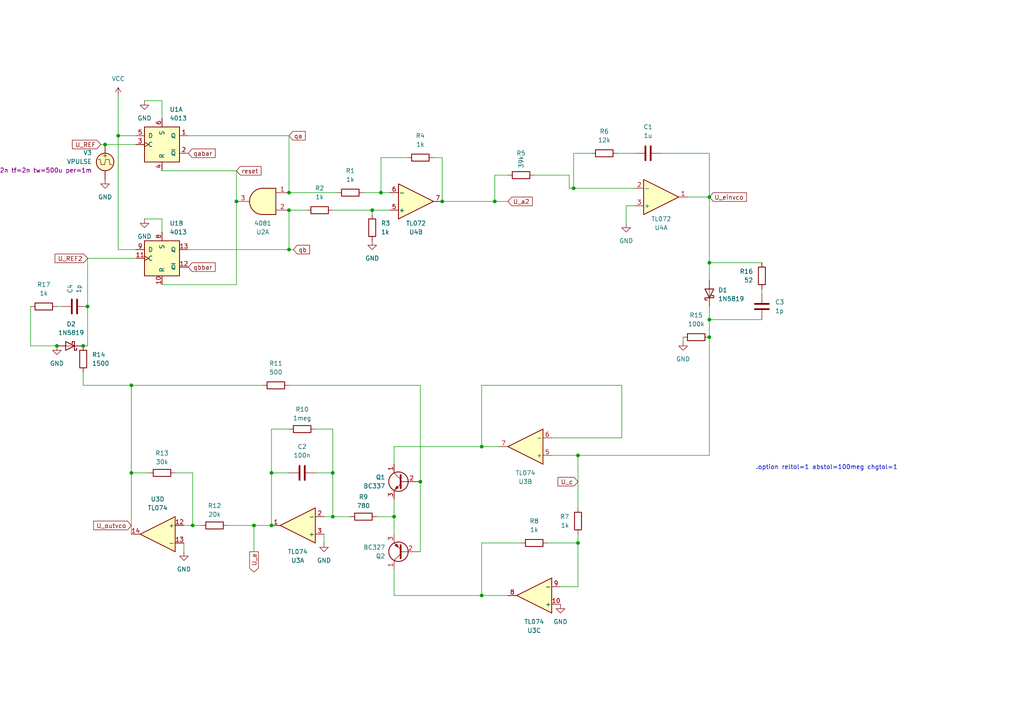
<source format=kicad_sch>
(kicad_sch (version 20231120) (generator "eeschema") (generator_version "8.0")
  (paper "A4")
  (lib_symbols
    (symbol "4xxx:4013" (pin_names (offset 1.016))
      (property "Reference" "U" (at -7.62 8.89 0))
      (property "Value" "4013" (at -7.62 -8.89 0))
      (symbol "4013_1_1"
        (rectangle (start -5.08 5.08) (end 5.08 -5.08) (stroke (width 0.254)) (fill (type background)))
        (pin output line (at 7.62 2.54 180) (length 2.54) (name "Q") (number "1"))
        (pin output line (at 7.62 -2.54 180) (length 2.54) (name "~{Q}") (number "2"))
        (pin input clock (at -7.62 0 0) (length 2.54) (name "C") (number "3"))
        (pin input line (at 0 -7.62 90) (length 2.54) (name "R") (number "4"))
        (pin input line (at -7.62 2.54 0) (length 2.54) (name "D") (number "5"))
        (pin input line (at 0 7.62 270) (length 2.54) (name "S") (number "6"))
      )
      (symbol "4013_2_1"
        (rectangle (start -5.08 5.08) (end 5.08 -5.08) (stroke (width 0.254)) (fill (type background)))
        (pin input line (at 0 -7.62 90) (length 2.54) (name "R") (number "10"))
        (pin input clock (at -7.62 0 0) (length 2.54) (name "C") (number "11"))
        (pin output line (at 7.62 -2.54 180) (length 2.54) (name "~{Q}") (number "12"))
        (pin output line (at 7.62 2.54 180) (length 2.54) (name "Q") (number "13"))
        (pin input line (at 0 7.62 270) (length 2.54) (name "S") (number "8"))
        (pin input line (at -7.62 2.54 0) (length 2.54) (name "D") (number "9"))
      )
      (symbol "4013_3_0"
        (pin power_in line (at 0 10.16 270) (length 2.54) (name "VDD") (number "14"))
        (pin power_in line (at 0 -10.16 90) (length 2.54) (name "VSS") (number "7"))
      )
      (symbol "4013_3_1"
        (rectangle (start -5.08 7.62) (end 5.08 -7.62) (stroke (width 0.254)) (fill (type background)))
      )
    )
    (symbol "4xxx:4081" (pin_names (offset 1.016))
      (property "Reference" "U" (at 0 1.27 0))
      (property "Value" "4081" (at 0 -1.27 0))
      (symbol "4081_1_1"
        (arc (start 0 -3.81) (mid 3.7934 0) (end 0 3.81) (stroke (width 0.254)) (fill (type background)))
        (polyline (pts (xy 0 3.81) (xy -3.81 3.81) (xy -3.81 -3.81) (xy 0 -3.81)) (stroke (width 0.254)) (fill (type background)))
        (pin input line (at -7.62 2.54 0) (length 3.81) (name "~") (number "1"))
        (pin input line (at -7.62 -2.54 0) (length 3.81) (name "~") (number "2"))
        (pin output line (at 7.62 0 180) (length 3.81) (name "~") (number "3"))
      )
      (symbol "4081_1_2"
        (arc (start -3.81 -3.81) (mid -2.589 0) (end -3.81 3.81) (stroke (width 0.254)))
        (arc (start -0.6096 -3.81) (mid 2.1842 -2.5851) (end 3.81 0) (stroke (width 0.254)) (fill (type background)))
        (polyline (pts (xy -3.81 -3.81) (xy -0.635 -3.81)) (stroke (width 0.254)) (fill (type background)))
        (polyline (pts (xy -3.81 3.81) (xy -0.635 3.81)) (stroke (width 0.254)) (fill (type background)))
        (polyline (pts (xy -0.635 3.81) (xy -3.81 3.81) (xy -3.81 3.81) (xy -3.556 3.4036) (xy -3.0226 2.2606) (xy -2.6924 1.0414) (xy -2.6162 -0.254) (xy -2.7686 -1.4986) (xy -3.175 -2.7178) (xy -3.81 -3.81) (xy -3.81 -3.81) (xy -0.635 -3.81)) (stroke (width -25.4)) (fill (type background)))
        (arc (start 3.81 0) (mid 2.1915 2.5936) (end -0.6096 3.81) (stroke (width 0.254)) (fill (type background)))
        (pin input inverted (at -7.62 2.54 0) (length 4.318) (name "~") (number "1"))
        (pin input inverted (at -7.62 -2.54 0) (length 4.318) (name "~") (number "2"))
        (pin output inverted (at 7.62 0 180) (length 3.81) (name "~") (number "3"))
      )
      (symbol "4081_2_1"
        (arc (start 0 -3.81) (mid 3.7934 0) (end 0 3.81) (stroke (width 0.254)) (fill (type background)))
        (polyline (pts (xy 0 3.81) (xy -3.81 3.81) (xy -3.81 -3.81) (xy 0 -3.81)) (stroke (width 0.254)) (fill (type background)))
        (pin output line (at 7.62 0 180) (length 3.81) (name "~") (number "4"))
        (pin input line (at -7.62 2.54 0) (length 3.81) (name "~") (number "5"))
        (pin input line (at -7.62 -2.54 0) (length 3.81) (name "~") (number "6"))
      )
      (symbol "4081_2_2"
        (arc (start -3.81 -3.81) (mid -2.589 0) (end -3.81 3.81) (stroke (width 0.254)))
        (arc (start -0.6096 -3.81) (mid 2.1842 -2.5851) (end 3.81 0) (stroke (width 0.254)) (fill (type background)))
        (polyline (pts (xy -3.81 -3.81) (xy -0.635 -3.81)) (stroke (width 0.254)) (fill (type background)))
        (polyline (pts (xy -3.81 3.81) (xy -0.635 3.81)) (stroke (width 0.254)) (fill (type background)))
        (polyline (pts (xy -0.635 3.81) (xy -3.81 3.81) (xy -3.81 3.81) (xy -3.556 3.4036) (xy -3.0226 2.2606) (xy -2.6924 1.0414) (xy -2.6162 -0.254) (xy -2.7686 -1.4986) (xy -3.175 -2.7178) (xy -3.81 -3.81) (xy -3.81 -3.81) (xy -0.635 -3.81)) (stroke (width -25.4)) (fill (type background)))
        (arc (start 3.81 0) (mid 2.1915 2.5936) (end -0.6096 3.81) (stroke (width 0.254)) (fill (type background)))
        (pin output inverted (at 7.62 0 180) (length 3.81) (name "~") (number "4"))
        (pin input inverted (at -7.62 2.54 0) (length 4.318) (name "~") (number "5"))
        (pin input inverted (at -7.62 -2.54 0) (length 4.318) (name "~") (number "6"))
      )
      (symbol "4081_3_1"
        (arc (start 0 -3.81) (mid 3.7934 0) (end 0 3.81) (stroke (width 0.254)) (fill (type background)))
        (polyline (pts (xy 0 3.81) (xy -3.81 3.81) (xy -3.81 -3.81) (xy 0 -3.81)) (stroke (width 0.254)) (fill (type background)))
        (pin output line (at 7.62 0 180) (length 3.81) (name "~") (number "10"))
        (pin input line (at -7.62 2.54 0) (length 3.81) (name "~") (number "8"))
        (pin input line (at -7.62 -2.54 0) (length 3.81) (name "~") (number "9"))
      )
      (symbol "4081_3_2"
        (arc (start -3.81 -3.81) (mid -2.589 0) (end -3.81 3.81) (stroke (width 0.254)))
        (arc (start -0.6096 -3.81) (mid 2.1842 -2.5851) (end 3.81 0) (stroke (width 0.254)) (fill (type background)))
        (polyline (pts (xy -3.81 -3.81) (xy -0.635 -3.81)) (stroke (width 0.254)) (fill (type background)))
        (polyline (pts (xy -3.81 3.81) (xy -0.635 3.81)) (stroke (width 0.254)) (fill (type background)))
        (polyline (pts (xy -0.635 3.81) (xy -3.81 3.81) (xy -3.81 3.81) (xy -3.556 3.4036) (xy -3.0226 2.2606) (xy -2.6924 1.0414) (xy -2.6162 -0.254) (xy -2.7686 -1.4986) (xy -3.175 -2.7178) (xy -3.81 -3.81) (xy -3.81 -3.81) (xy -0.635 -3.81)) (stroke (width -25.4)) (fill (type background)))
        (arc (start 3.81 0) (mid 2.1915 2.5936) (end -0.6096 3.81) (stroke (width 0.254)) (fill (type background)))
        (pin output inverted (at 7.62 0 180) (length 3.81) (name "~") (number "10"))
        (pin input inverted (at -7.62 2.54 0) (length 4.318) (name "~") (number "8"))
        (pin input inverted (at -7.62 -2.54 0) (length 4.318) (name "~") (number "9"))
      )
      (symbol "4081_4_1"
        (arc (start 0 -3.81) (mid 3.7934 0) (end 0 3.81) (stroke (width 0.254)) (fill (type background)))
        (polyline (pts (xy 0 3.81) (xy -3.81 3.81) (xy -3.81 -3.81) (xy 0 -3.81)) (stroke (width 0.254)) (fill (type background)))
        (pin output line (at 7.62 0 180) (length 3.81) (name "~") (number "11"))
        (pin input line (at -7.62 2.54 0) (length 3.81) (name "~") (number "12"))
        (pin input line (at -7.62 -2.54 0) (length 3.81) (name "~") (number "13"))
      )
      (symbol "4081_4_2"
        (arc (start -3.81 -3.81) (mid -2.589 0) (end -3.81 3.81) (stroke (width 0.254)))
        (arc (start -0.6096 -3.81) (mid 2.1842 -2.5851) (end 3.81 0) (stroke (width 0.254)) (fill (type background)))
        (polyline (pts (xy -3.81 -3.81) (xy -0.635 -3.81)) (stroke (width 0.254)) (fill (type background)))
        (polyline (pts (xy -3.81 3.81) (xy -0.635 3.81)) (stroke (width 0.254)) (fill (type background)))
        (polyline (pts (xy -0.635 3.81) (xy -3.81 3.81) (xy -3.81 3.81) (xy -3.556 3.4036) (xy -3.0226 2.2606) (xy -2.6924 1.0414) (xy -2.6162 -0.254) (xy -2.7686 -1.4986) (xy -3.175 -2.7178) (xy -3.81 -3.81) (xy -3.81 -3.81) (xy -0.635 -3.81)) (stroke (width -25.4)) (fill (type background)))
        (arc (start 3.81 0) (mid 2.1915 2.5936) (end -0.6096 3.81) (stroke (width 0.254)) (fill (type background)))
        (pin output inverted (at 7.62 0 180) (length 3.81) (name "~") (number "11"))
        (pin input inverted (at -7.62 2.54 0) (length 4.318) (name "~") (number "12"))
        (pin input inverted (at -7.62 -2.54 0) (length 4.318) (name "~") (number "13"))
      )
      (symbol "4081_5_0"
        (pin power_in line (at 0 12.7 270) (length 5.08) (name "VDD") (number "14"))
        (pin power_in line (at 0 -12.7 90) (length 5.08) (name "VSS") (number "7"))
      )
      (symbol "4081_5_1"
        (rectangle (start -5.08 7.62) (end 5.08 -7.62) (stroke (width 0.254)) (fill (type background)))
      )
    )
    (symbol "Amplifier_Operational:TL072" (pin_names (offset 0.127))
      (property "Reference" "U" (at 0 5.08 0))
      (property "Value" "TL072" (at 0 -5.08 0))
      (symbol "TL072_1_1"
        (polyline (pts (xy -5.08 5.08) (xy 5.08 0) (xy -5.08 -5.08) (xy -5.08 5.08)) (stroke (width 0.254)) (fill (type background)))
        (pin output line (at 7.62 0 180) (length 2.54) (name "~") (number "1"))
        (pin input line (at -7.62 -2.54 0) (length 2.54) (name "-") (number "2"))
        (pin input line (at -7.62 2.54 0) (length 2.54) (name "+") (number "3"))
      )
      (symbol "TL072_2_1"
        (polyline (pts (xy -5.08 5.08) (xy 5.08 0) (xy -5.08 -5.08) (xy -5.08 5.08)) (stroke (width 0.254)) (fill (type background)))
        (pin input line (at -7.62 2.54 0) (length 2.54) (name "+") (number "5"))
        (pin input line (at -7.62 -2.54 0) (length 2.54) (name "-") (number "6"))
        (pin output line (at 7.62 0 180) (length 2.54) (name "~") (number "7"))
      )
      (symbol "TL072_3_1"
        (pin power_in line (at -2.54 -7.62 90) (length 3.81) (name "V-") (number "4"))
        (pin power_in line (at -2.54 7.62 270) (length 3.81) (name "V+") (number "8"))
      )
    )
    (symbol "Amplifier_Operational:TL074" (pin_names (offset 0.127))
      (property "Reference" "U" (at 0 5.08 0))
      (property "Value" "TL074" (at 0 -5.08 0))
      (symbol "TL074_1_1"
        (polyline (pts (xy -5.08 5.08) (xy 5.08 0) (xy -5.08 -5.08) (xy -5.08 5.08)) (stroke (width 0.254)) (fill (type background)))
        (pin output line (at 7.62 0 180) (length 2.54) (name "~") (number "1"))
        (pin input line (at -7.62 -2.54 0) (length 2.54) (name "-") (number "2"))
        (pin input line (at -7.62 2.54 0) (length 2.54) (name "+") (number "3"))
      )
      (symbol "TL074_2_1"
        (polyline (pts (xy -5.08 5.08) (xy 5.08 0) (xy -5.08 -5.08) (xy -5.08 5.08)) (stroke (width 0.254)) (fill (type background)))
        (pin input line (at -7.62 2.54 0) (length 2.54) (name "+") (number "5"))
        (pin input line (at -7.62 -2.54 0) (length 2.54) (name "-") (number "6"))
        (pin output line (at 7.62 0 180) (length 2.54) (name "~") (number "7"))
      )
      (symbol "TL074_3_1"
        (polyline (pts (xy -5.08 5.08) (xy 5.08 0) (xy -5.08 -5.08) (xy -5.08 5.08)) (stroke (width 0.254)) (fill (type background)))
        (pin input line (at -7.62 2.54 0) (length 2.54) (name "+") (number "10"))
        (pin output line (at 7.62 0 180) (length 2.54) (name "~") (number "8"))
        (pin input line (at -7.62 -2.54 0) (length 2.54) (name "-") (number "9"))
      )
      (symbol "TL074_4_1"
        (polyline (pts (xy -5.08 5.08) (xy 5.08 0) (xy -5.08 -5.08) (xy -5.08 5.08)) (stroke (width 0.254)) (fill (type background)))
        (pin input line (at -7.62 2.54 0) (length 2.54) (name "+") (number "12"))
        (pin input line (at -7.62 -2.54 0) (length 2.54) (name "-") (number "13"))
        (pin output line (at 7.62 0 180) (length 2.54) (name "~") (number "14"))
      )
      (symbol "TL074_5_1"
        (pin power_in line (at -2.54 -7.62 90) (length 3.81) (name "V-") (number "11"))
        (pin power_in line (at -2.54 7.62 270) (length 3.81) (name "V+") (number "4"))
      )
    )
    (symbol "Device:C" (pin_numbers hide) (pin_names (offset 0.254))
      (property "Reference" "C" (at 0.635 2.54 0))
      (property "Value" "C" (at 0.635 -2.54 0))
      (symbol "C_0_1"
        (polyline (pts (xy -2.032 -0.762) (xy 2.032 -0.762)) (stroke (width 0.508)))
        (polyline (pts (xy -2.032 0.762) (xy 2.032 0.762)) (stroke (width 0.508)))
      )
      (symbol "C_1_1"
        (pin passive line (at 0 3.81 270) (length 2.794) (name "~") (number "1"))
        (pin passive line (at 0 -3.81 90) (length 2.794) (name "~") (number "2"))
      )
    )
    (symbol "Device:R" (pin_numbers hide) (pin_names (offset 0))
      (property "Reference" "R" (at 2.032 0 90))
      (property "Value" "R" (at 0 0 90))
      (symbol "R_0_1"
        (rectangle (start -1.016 -2.54) (end 1.016 2.54) (stroke (width 0.254)))
      )
      (symbol "R_1_1"
        (pin passive line (at 0 3.81 270) (length 1.27) (name "~") (number "1"))
        (pin passive line (at 0 -3.81 90) (length 1.27) (name "~") (number "2"))
      )
    )
    (symbol "Diode:1N5819" (pin_numbers hide) (pin_names (offset 1.016) hide)
      (property "Reference" "D" (at 0 2.54 0))
      (property "Value" "1N5819" (at 0 -2.54 0))
      (symbol "1N5819_0_1"
        (polyline (pts (xy 1.27 0) (xy -1.27 0)))
        (polyline (pts (xy 1.27 1.27) (xy 1.27 -1.27) (xy -1.27 0) (xy 1.27 1.27)) (stroke (width 0.254)))
        (polyline (pts (xy -1.905 0.635) (xy -1.905 1.27) (xy -1.27 1.27) (xy -1.27 -1.27) (xy -0.635 -1.27) (xy -0.635 -0.635)) (stroke (width 0.254)))
      )
      (symbol "1N5819_1_1"
        (pin passive line (at -3.81 0 0) (length 2.54) (name "K") (number "1"))
        (pin passive line (at 3.81 0 180) (length 2.54) (name "A") (number "2"))
      )
    )
    (symbol "Simulation_SPICE:VDC" (pin_numbers hide) (pin_names (offset 0.0254))
      (property "Reference" "V" (at 2.54 2.54 0))
      (property "Value" "1" (at 2.54 0 0))
      (symbol "VDC_0_0"
        (polyline (pts (xy -1.27 0.254) (xy 1.27 0.254)))
        (polyline (pts (xy -0.762 -0.254) (xy -1.27 -0.254)))
        (polyline (pts (xy 0.254 -0.254) (xy -0.254 -0.254)))
        (polyline (pts (xy 1.27 -0.254) (xy 0.762 -0.254)))
        (text "+" (at 0 1.905 0) (effects (font (size 1.27 1.27))))
      )
      (symbol "VDC_0_1"
        (circle (center 0 0) (radius 2.54) (stroke (width 0.254)) (fill (type background)))
      )
      (symbol "VDC_1_1"
        (pin passive line (at 0 5.08 270) (length 2.54) (name "~") (number "1"))
        (pin passive line (at 0 -5.08 90) (length 2.54) (name "~") (number "2"))
      )
    )
    (symbol "Simulation_SPICE:VPULSE" (pin_numbers hide) (pin_names (offset 0.0254))
      (property "Reference" "V" (at 2.54 2.54 0))
      (property "Value" "VPULSE" (at 2.54 0 0))
      (property "Sim.Params" "y1=0 y2=1 td=2n tr=2n tf=2n tw=50n per=100n" (at 2.54 -2.54 0))
      (symbol "VPULSE_0_0"
        (polyline (pts (xy -2.032 -0.762) (xy -1.397 -0.762) (xy -1.143 0.762) (xy -0.127 0.762) (xy 0.127 -0.762) (xy 1.143 -0.762) (xy 1.397 0.762) (xy 2.032 0.762)))
        (text "+" (at 0 1.905 0) (effects (font (size 1.27 1.27))))
      )
      (symbol "VPULSE_0_1"
        (circle (center 0 0) (radius 2.54) (stroke (width 0.254)) (fill (type background)))
      )
      (symbol "VPULSE_1_1"
        (pin passive line (at 0 5.08 270) (length 2.54) (name "~") (number "1"))
        (pin passive line (at 0 -5.08 90) (length 2.54) (name "~") (number "2"))
      )
    )
    (symbol "Transistor_BJT:BC327" (pin_names (offset 0) hide)
      (property "Reference" "Q" (at 5.08 1.905 0))
      (property "Value" "BC327" (at 5.08 0 0))
      (symbol "BC327_0_1"
        (polyline (pts (xy 0.635 0.635) (xy 2.54 2.54)))
        (polyline (pts (xy 0.635 -0.635) (xy 2.54 -2.54) (xy 2.54 -2.54)))
        (polyline (pts (xy 0.635 1.905) (xy 0.635 -1.905) (xy 0.635 -1.905)) (stroke (width 0.508)))
        (polyline (pts (xy 2.286 -1.778) (xy 1.778 -2.286) (xy 1.27 -1.27) (xy 2.286 -1.778) (xy 2.286 -1.778)) (fill (type outline)))
        (circle (center 1.27 0) (radius 2.8194) (stroke (width 0.254)))
      )
      (symbol "BC327_1_1"
        (pin passive line (at 2.54 5.08 270) (length 2.54) (name "C") (number "1"))
        (pin input line (at -5.08 0 0) (length 5.715) (name "B") (number "2"))
        (pin passive line (at 2.54 -5.08 90) (length 2.54) (name "E") (number "3"))
      )
    )
    (symbol "Transistor_BJT:BC337" (pin_names (offset 0) hide)
      (property "Reference" "Q" (at 5.08 1.905 0))
      (property "Value" "BC337" (at 5.08 0 0))
      (symbol "BC337_0_1"
        (polyline (pts (xy 0 0) (xy 0.635 0)))
        (polyline (pts (xy 0.635 0.635) (xy 2.54 2.54)))
        (polyline (pts (xy 0.635 -0.635) (xy 2.54 -2.54) (xy 2.54 -2.54)))
        (polyline (pts (xy 0.635 1.905) (xy 0.635 -1.905) (xy 0.635 -1.905)) (stroke (width 0.508)))
        (polyline (pts (xy 1.27 -1.778) (xy 1.778 -1.27) (xy 2.286 -2.286) (xy 1.27 -1.778) (xy 1.27 -1.778)) (fill (type outline)))
        (circle (center 1.27 0) (radius 2.8194) (stroke (width 0.254)))
      )
      (symbol "BC337_1_1"
        (pin passive line (at 2.54 5.08 270) (length 2.54) (name "C") (number "1"))
        (pin input line (at -5.08 0 0) (length 5.08) (name "B") (number "2"))
        (pin passive line (at 2.54 -5.08 90) (length 2.54) (name "E") (number "3"))
      )
    )
    (symbol "power:+12V" (power) (pin_names (offset 0))
      (property "Value" "+12V" (at 0 3.556 0))
      (symbol "+12V_0_1"
        (polyline (pts (xy -0.762 1.27) (xy 0 2.54)))
        (polyline (pts (xy 0 0) (xy 0 2.54)))
        (polyline (pts (xy 0 2.54) (xy 0.762 1.27)))
      )
      (symbol "+12V_1_1"
        (pin power_in line (at 0 0 90) (length 0) hide (name "+12V") (number "1"))
      )
    )
    (symbol "power:-12V" (power) (pin_names (offset 0))
      (property "Value" "-12V" (at 0 3.81 0))
      (symbol "-12V_0_0"
        (pin power_in line (at 0 0 90) (length 0) hide (name "-12V") (number "1"))
      )
      (symbol "-12V_0_1"
        (polyline (pts (xy 0 0) (xy 0 1.27) (xy 0.762 1.27) (xy 0 2.54) (xy -0.762 1.27) (xy 0 1.27)) (fill (type outline)))
      )
    )
    (symbol "power:GND" (power) (pin_names (offset 0))
      (property "Value" "GND" (at 0 -3.81 0))
      (symbol "GND_0_1"
        (polyline (pts (xy 0 0) (xy 0 -1.27) (xy 1.27 -1.27) (xy 0 -2.54) (xy -1.27 -1.27) (xy 0 -1.27)))
      )
      (symbol "GND_1_1"
        (pin power_in line (at 0 0 270) (length 0) hide (name "GND") (number "1"))
      )
    )
    (symbol "power:VCC" (power) (pin_names (offset 0))
      (property "Value" "VCC" (at 0 3.81 0))
      (symbol "VCC_0_1"
        (polyline (pts (xy -0.762 1.27) (xy 0 2.54)))
        (polyline (pts (xy 0 0) (xy 0 2.54)))
        (polyline (pts (xy 0 2.54) (xy 0.762 1.27)))
      )
      (symbol "VCC_1_1"
        (pin power_in line (at 0 0 90) (length 0) hide (name "VCC") (number "1"))
      )
    )
  )
  (junction (at 205.74 92.71))
  (junction (at 317.5 201.93))
  (junction (at 128.27 58.42))
  (junction (at 38.1 111.76))
  (junction (at 78.74 137.16))
  (junction (at 30.48 41.91))
  (junction (at 55.88 152.4))
  (junction (at 139.7 129.54))
  (junction (at 96.52 149.86))
  (junction (at 25.4 88.9))
  (junction (at 24.13 100.33))
  (junction (at 38.1 137.16))
  (junction (at 110.49 55.88))
  (junction (at 205.74 57.15))
  (junction (at 143.51 58.42))
  (junction (at 78.74 152.4))
  (junction (at 107.95 60.96))
  (junction (at 83.82 60.96))
  (junction (at 205.74 76.2))
  (junction (at 167.64 157.48))
  (junction (at 139.7 172.72))
  (junction (at 114.3 149.86))
  (junction (at 96.52 137.16))
  (junction (at 332.74 219.71))
  (junction (at 205.74 97.79))
  (junction (at 332.74 176.53))
  (junction (at 166.37 54.61))
  (junction (at 73.66 152.4))
  (junction (at 167.64 132.08))
  (junction (at 16.51 100.33))
  (junction (at 121.92 139.7))
  (junction (at 83.82 55.88))
  (junction (at 83.82 72.39))
  (junction (at 68.58 58.42))
  (junction (at 34.29 39.37))
  (wire (pts (xy 317.5 201.93) (xy 317.5 204.47)))
  (wire (pts (xy 167.64 157.48) (xy 158.75 157.48)))
  (wire (pts (xy 167.64 132.08) (xy 205.74 132.08)))
  (wire (pts (xy 205.74 76.2) (xy 205.74 57.15)))
  (wire (pts (xy 147.32 50.8) (xy 143.51 50.8)))
  (wire (pts (xy 110.49 55.88) (xy 113.03 55.88)))
  (wire (pts (xy 83.82 111.76) (xy 121.92 111.76)))
  (wire (pts (xy 38.1 137.16) (xy 38.1 154.94)))
  (wire (pts (xy 96.52 60.96) (xy 107.95 60.96)))
  (wire (pts (xy 55.88 152.4) (xy 53.34 152.4)))
  (wire (pts (xy 317.5 214.63) (xy 317.5 219.71)))
  (wire (pts (xy 29.21 41.91) (xy 30.48 41.91)))
  (wire (pts (xy 350.52 214.63) (xy 350.52 219.71)))
  (wire (pts (xy 96.52 124.46) (xy 96.52 137.16)))
  (wire (pts (xy 30.48 41.91) (xy 39.37 41.91)))
  (wire (pts (xy 38.1 137.16) (xy 38.1 111.76)))
  (wire (pts (xy 46.99 49.53) (xy 68.58 49.53)))
  (wire (pts (xy 43.18 137.16) (xy 38.1 137.16)))
  (wire (pts (xy 184.15 59.69) (xy 181.61 59.69)))
  (wire (pts (xy 147.32 172.72) (xy 139.7 172.72)))
  (wire (pts (xy 8.89 88.9) (xy 8.89 100.33)))
  (wire (pts (xy 78.74 124.46) (xy 78.74 137.16)))
  (wire (pts (xy 39.37 72.39) (xy 34.29 72.39)))
  (wire (pts (xy 144.78 129.54) (xy 139.7 129.54)))
  (wire (pts (xy 167.64 132.08) (xy 167.64 147.32)))
  (wire (pts (xy 165.1 50.8) (xy 165.1 54.61)))
  (wire (pts (xy 93.98 154.94) (xy 93.98 157.48)))
  (wire (pts (xy 143.51 50.8) (xy 143.51 58.42)))
  (wire (pts (xy 96.52 149.86) (xy 93.98 149.86)))
  (wire (pts (xy 205.74 76.2) (xy 220.98 76.2)))
  (wire (pts (xy 184.15 44.45) (xy 179.07 44.45)))
  (wire (pts (xy 139.7 129.54) (xy 114.3 129.54)))
  (wire (pts (xy 114.3 144.78) (xy 114.3 149.86)))
  (wire (pts (xy 205.74 44.45) (xy 191.77 44.45)))
  (wire (pts (xy 46.99 67.31) (xy 46.99 63.5)))
  (wire (pts (xy 307.34 201.93) (xy 317.5 201.93)))
  (wire (pts (xy 128.27 58.42) (xy 128.27 45.72)))
  (wire (pts (xy 83.82 124.46) (xy 78.74 124.46)))
  (wire (pts (xy 332.74 176.53) (xy 332.74 189.23)))
  (wire (pts (xy 8.89 100.33) (xy 16.51 100.33)))
  (wire (pts (xy 332.74 166.37) (xy 332.74 176.53)))
  (wire (pts (xy 205.74 132.08) (xy 205.74 97.79)))
  (wire (pts (xy 317.5 166.37) (xy 332.74 166.37)))
  (wire (pts (xy 121.92 139.7) (xy 121.92 160.02)))
  (wire (pts (xy 73.66 152.4) (xy 66.04 152.4)))
  (wire (pts (xy 167.64 157.48) (xy 167.64 170.18)))
  (wire (pts (xy 50.8 137.16) (xy 55.88 137.16)))
  (wire (pts (xy 46.99 29.21) (xy 41.91 29.21)))
  (wire (pts (xy 139.7 111.76) (xy 180.34 111.76)))
  (wire (pts (xy 151.13 157.48) (xy 139.7 157.48)))
  (wire (pts (xy 114.3 149.86) (xy 114.3 154.94)))
  (wire (pts (xy 180.34 127) (xy 160.02 127)))
  (wire (pts (xy 107.95 60.96) (xy 107.95 62.23)))
  (wire (pts (xy 24.13 111.76) (xy 38.1 111.76)))
  (wire (pts (xy 34.29 72.39) (xy 34.29 39.37)))
  (wire (pts (xy 73.66 152.4) (xy 73.66 160.02)))
  (wire (pts (xy 68.58 58.42) (xy 68.58 82.55)))
  (wire (pts (xy 96.52 137.16) (xy 96.52 149.86)))
  (wire (pts (xy 143.51 58.42) (xy 147.32 58.42)))
  (wire (pts (xy 118.11 45.72) (xy 110.49 45.72)))
  (wire (pts (xy 198.12 97.79) (xy 198.12 99.06)))
  (wire (pts (xy 34.29 39.37) (xy 34.29 27.94)))
  (wire (pts (xy 167.64 170.18) (xy 162.56 170.18)))
  (wire (pts (xy 167.64 154.94) (xy 167.64 157.48)))
  (wire (pts (xy 25.4 100.33) (xy 24.13 100.33)))
  (wire (pts (xy 332.74 204.47) (xy 332.74 219.71)))
  (wire (pts (xy 46.99 34.29) (xy 46.99 29.21)))
  (wire (pts (xy 54.61 39.37) (xy 83.82 39.37)))
  (wire (pts (xy 205.74 92.71) (xy 220.98 92.71)))
  (wire (pts (xy 55.88 137.16) (xy 55.88 152.4)))
  (wire (pts (xy 317.5 176.53) (xy 317.5 201.93)))
  (wire (pts (xy 83.82 55.88) (xy 97.79 55.88)))
  (wire (pts (xy 53.34 157.48) (xy 53.34 160.02)))
  (wire (pts (xy 38.1 111.76) (xy 76.2 111.76)))
  (wire (pts (xy 105.41 55.88) (xy 110.49 55.88)))
  (wire (pts (xy 46.99 63.5) (xy 41.91 63.5)))
  (wire (pts (xy 165.1 54.61) (xy 166.37 54.61)))
  (wire (pts (xy 181.61 59.69) (xy 181.61 64.77)))
  (wire (pts (xy 16.51 88.9) (xy 17.78 88.9)))
  (wire (pts (xy 180.34 111.76) (xy 180.34 127)))
  (wire (pts (xy 83.82 39.37) (xy 83.82 55.88)))
  (wire (pts (xy 83.82 60.96) (xy 88.9 60.96)))
  (wire (pts (xy 160.02 132.08) (xy 167.64 132.08)))
  (wire (pts (xy 25.4 74.93) (xy 39.37 74.93)))
  (wire (pts (xy 110.49 45.72) (xy 110.49 55.88)))
  (wire (pts (xy 25.4 88.9) (xy 25.4 100.33)))
  (wire (pts (xy 68.58 49.53) (xy 68.58 58.42)))
  (wire (pts (xy 83.82 137.16) (xy 78.74 137.16)))
  (wire (pts (xy 114.3 172.72) (xy 114.3 165.1)))
  (wire (pts (xy 139.7 157.48) (xy 139.7 172.72)))
  (wire (pts (xy 91.44 124.46) (xy 96.52 124.46)))
  (wire (pts (xy 205.74 92.71) (xy 205.74 88.9)))
  (wire (pts (xy 58.42 152.4) (xy 55.88 152.4)))
  (wire (pts (xy 139.7 172.72) (xy 114.3 172.72)))
  (wire (pts (xy 39.37 39.37) (xy 34.29 39.37)))
  (wire (pts (xy 154.94 50.8) (xy 165.1 50.8)))
  (wire (pts (xy 205.74 57.15) (xy 205.74 44.45)))
  (wire (pts (xy 347.98 176.53) (xy 332.74 176.53)))
  (wire (pts (xy 166.37 54.61) (xy 184.15 54.61)))
  (wire (pts (xy 73.66 152.4) (xy 78.74 152.4)))
  (wire (pts (xy 121.92 111.76) (xy 121.92 139.7)))
  (wire (pts (xy 101.6 149.86) (xy 96.52 149.86)))
  (wire (pts (xy 24.13 107.95) (xy 24.13 111.76)))
  (wire (pts (xy 25.4 74.93) (xy 25.4 88.9)))
  (wire (pts (xy 114.3 134.62) (xy 114.3 129.54)))
  (wire (pts (xy 54.61 72.39) (xy 83.82 72.39)))
  (wire (pts (xy 171.45 44.45) (xy 166.37 44.45)))
  (wire (pts (xy 205.74 97.79) (xy 205.74 92.71)))
  (wire (pts (xy 307.34 207.01) (xy 307.34 201.93)))
  (wire (pts (xy 83.82 72.39) (xy 85.09 72.39)))
  (wire (pts (xy 83.82 60.96) (xy 83.82 72.39)))
  (wire (pts (xy 332.74 219.71) (xy 350.52 219.71)))
  (wire (pts (xy 220.98 83.82) (xy 220.98 85.09)))
  (wire (pts (xy 199.39 57.15) (xy 205.74 57.15)))
  (wire (pts (xy 78.74 137.16) (xy 78.74 152.4)))
  (wire (pts (xy 317.5 219.71) (xy 332.74 219.71)))
  (wire (pts (xy 107.95 60.96) (xy 113.03 60.96)))
  (wire (pts (xy 68.58 82.55) (xy 46.99 82.55)))
  (wire (pts (xy 205.74 81.28) (xy 205.74 76.2)))
  (wire (pts (xy 139.7 129.54) (xy 139.7 111.76)))
  (wire (pts (xy 166.37 44.45) (xy 166.37 54.61)))
  (wire (pts (xy 128.27 45.72) (xy 125.73 45.72)))
  (wire (pts (xy 114.3 149.86) (xy 109.22 149.86)))
  (wire (pts (xy 128.27 58.42) (xy 143.51 58.42)))
  (wire (pts (xy 91.44 137.16) (xy 96.52 137.16)))
  (text ".option reltol=1 abstol=100meg chgtol=1" (at 239.776 135.636 0) (effects (font (size 1.27 1.27))))
  (text ".tran 1u 4m" (at 337.312 162.56 0) (effects (font (size 1.27 1.27))))
  (global_label "U_c" (shape input) (at 167.64 139.7 180) (property "Intersheetrefs" "${INTERSHEET_REFS}" (effects (hide yes))))
  (global_label "reset" (shape input) (at 68.58 49.53 0) (property "Intersheetrefs" "${INTERSHEET_REFS}" (effects (hide yes))))
  (global_label "U_a" (shape output) (at 73.66 160.02 270) (property "Intersheetrefs" "${INTERSHEET_REFS}" (effects (hide yes))))
  (global_label "U_einvco" (shape input) (at 205.74 57.15 0) (property "Intersheetrefs" "${INTERSHEET_REFS}" (effects (hide yes))))
  (global_label "U_REF" (shape input) (at 29.21 41.91 180) (property "Intersheetrefs" "${INTERSHEET_REFS}" (effects (hide yes))))
  (global_label "U_outvco" (shape input) (at 38.1 152.4 180) (property "Intersheetrefs" "${INTERSHEET_REFS}" (effects (hide yes))))
  (global_label "qbbar" (shape input) (at 54.61 77.47 0) (property "Intersheetrefs" "${INTERSHEET_REFS}" (effects (hide yes))))
  (global_label "qa" (shape input) (at 83.82 39.37 0) (property "Intersheetrefs" "${INTERSHEET_REFS}" (effects (hide yes))))
  (global_label "U_REF2" (shape input) (at 25.4 74.93 180) (property "Intersheetrefs" "${INTERSHEET_REFS}" (effects (hide yes))))
  (global_label "qabar" (shape input) (at 54.61 44.45 0) (property "Intersheetrefs" "${INTERSHEET_REFS}" (effects (hide yes))))
  (global_label "qb" (shape input) (at 85.09 72.39 0) (property "Intersheetrefs" "${INTERSHEET_REFS}" (effects (hide yes))))
  (global_label "U_a2" (shape input) (at 147.32 58.42 0) (property "Intersheetrefs" "${INTERSHEET_REFS}" (effects (hide yes))))
  (symbol (lib_id "power:+12V") (at 347.98 176.53 0) (unit 1)
    (property "Reference" "#PWR021" (effects (hide yes)))
    (property "Value" "+12V" (at 347.98 171.45 0))
  )
  (symbol (lib_id "Device:C") (at 187.96 44.45 90) (unit 1)
    (property "Reference" "C1" (at 187.96 36.83 90))
    (property "Value" "1u" (at 187.96 39.37 90))
    (property "Description" "Unpolarized capacitor" (effects (hide yes)))
  )
  (symbol (lib_id "4xxx:4081") (at 76.2 58.42 0) (mirror y) (unit 1)
    (property "Reference" "U2" (at 76.2083 67.31 0))
    (property "Value" "4081" (at 76.2083 64.77 0))
    (property "Datasheet" "http://www.intersil.com/content/dam/Intersil/documents/cd40/cd4073bms-81bms-82bms.pdf" (effects (hide yes)))
    (property "Sim.Library" "beyondlogic.dual.lib" (effects (hide yes)))
    (property "Sim.Name" "4081B" (effects (hide yes)))
    (property "Sim.Device" "SUBCKT" (effects (hide yes)))
    (property "Sim.Pins" "1=A1 2=B1 3=Y1 4=Y2 5=A2 6=B2 7=VSS 8=A3 9=B3 10=Y3 11=Y4 12=A4 13=B4 14=VDD" (effects (hide yes)))
  )
  (symbol (lib_id "power:GND") (at 162.56 175.26 0) (mirror y) (unit 1)
    (property "Reference" "#PWR017" (effects (hide yes)))
    (property "Value" "GND" (at 162.56 180.34 0))
  )
  (symbol (lib_id "4xxx:4013") (at 327.66 137.16 0) (unit 3)
    (property "Reference" "U1" (at 334.01 135.8899 0) (effects (justify left)))
    (property "Value" "4013" (at 334.01 138.4299 0) (effects (justify left)))
    (property "Datasheet" "http://www.onsemi.com/pub/Collateral/MC14013B-D.PDF" (effects (hide yes)))
    (property "Description" "Dual D  FlipFlop, Set & reset" (effects (hide yes)))
    (property "Sim.Library" "beyondlogic.dual.lib" (effects (hide yes)))
    (property "Sim.Name" "CD4013Bm" (effects (hide yes)))
    (property "Sim.Device" "SUBCKT" (effects (hide yes)))
    (property "Sim.Pins" "1=Q1 2=Q1N 3=CLOCK1 4=RESET1 5=D1 6=SET1 7=VSS 8=SET2 9=D2 10=RESET2 11=CLOCK2 12=Q2N 13=Q2 14=VDD" (effects (hide yes)))
  )
  (symbol (lib_id "Amplifier_Operational:TL072") (at 191.77 57.15 0) (mirror x) (unit 1)
    (property "Reference" "U4" (at 191.77 66.04 0))
    (property "Value" "TL072" (at 191.77 63.5 0))
    (property "Datasheet" "http://www.ti.com/lit/ds/symlink/tl071.pdf" (effects (hide yes)))
    (property "Sim.Library" "TL072-dual.lib" (effects (hide yes)))
    (property "Sim.Name" "TL072c" (effects (hide yes)))
    (property "Sim.Device" "SUBCKT" (effects (hide yes)))
    (property "Sim.Pins" "1=1out 2=1in- 3=1in+ 4=vcc- 5=2in+ 6=2in- 7=2out 8=vcc+" (effects (hide yes)))
  )
  (symbol (lib_id "Device:R") (at 175.26 44.45 90) (unit 1)
    (property "Reference" "R6" (at 175.26 38.1 90))
    (property "Value" "12k" (at 175.26 40.64 90))
    (property "Description" "Resistor" (effects (hide yes)))
  )
  (symbol (lib_id "power:GND") (at 181.61 64.77 0) (unit 1)
    (property "Reference" "#PWR015" (effects (hide yes)))
    (property "Value" "GND" (at 181.61 69.85 0))
  )
  (symbol (lib_id "power:GND") (at 16.51 100.33 0) (unit 1)
    (property "Reference" "#PWR016" (effects (hide yes)))
    (property "Value" "GND" (at 16.51 105.41 0))
  )
  (symbol (lib_id "Device:R") (at 201.93 97.79 90) (mirror x) (unit 1)
    (property "Reference" "R15" (at 201.93 91.44 90))
    (property "Value" "100k" (at 201.93 93.98 90))
    (property "Sim.Device" "R" (effects (hide yes)))
    (property "Sim.Pins" "1=+ 2=-" (effects (hide yes)))
  )
  (symbol (lib_id "Simulation_SPICE:VDC") (at 317.5 209.55 0) (unit 1)
    (property "Reference" "V6" (at 321.31 208.1502 0) (effects (justify left)))
    (property "Value" "12" (at 321.31 210.6902 0) (effects (justify left)))
    (property "Sim.Pins" "1=+ 2=-" (effects (hide yes)))
    (property "Sim.Type" "DC" (effects (hide yes)))
    (property "Sim.Device" "V" (effects (hide yes)))
  )
  (symbol (lib_id "Simulation_SPICE:VPULSE") (at 30.48 46.99 0) (mirror y) (unit 1)
    (property "Reference" "V3" (at 26.67 44.3202 0) (effects (justify left)))
    (property "Value" "VPULSE" (at 26.67 46.8602 0) (effects (justify left)))
    (property "Sim.Pins" "1=+ 2=-" (effects (hide yes)))
    (property "Sim.Type" "PULSE" (effects (hide yes)))
    (property "Sim.Device" "V" (effects (hide yes)))
    (property "Sim.Params" "y1=0 y2=5 td=2n tr=2n tf=2n tw=500u per=1m" (at 26.67 49.4002 0) (effects (justify left)))
  )
  (symbol (lib_id "power:VCC") (at 327.66 127 0) (unit 1)
    (property "Reference" "#PWR04" (effects (hide yes)))
    (property "Value" "VCC" (at 327.66 121.92 0))
  )
  (symbol (lib_id "Device:R") (at 101.6 55.88 90) (unit 1)
    (property "Reference" "R1" (at 101.6 49.53 90))
    (property "Value" "1k" (at 101.6 52.07 90))
  )
  (symbol (lib_id "Device:R") (at 87.63 124.46 270) (mirror x) (unit 1)
    (property "Reference" "R10" (at 87.63 118.745 90))
    (property "Value" "1meg" (at 87.63 121.285 90))
  )
  (symbol (lib_id "Transistor_BJT:BC327") (at 116.84 160.02 180) (unit 1)
    (property "Reference" "Q2" (at 111.76 161.29 0) (effects (justify left)))
    (property "Value" "BC327" (at 111.76 158.75 0) (effects (justify left)))
    (property "Footprint" "Package_TO_SOT_THT:TO-92_Inline" (effects (hide yes)))
    (property "Datasheet" "http://www.onsemi.com/pub_link/Collateral/BC327-D.PDF" (effects (hide yes)))
    (property "Sim.Library" "bc327.lib" (effects (hide yes)))
    (property "Sim.Name" "BC327" (effects (hide yes)))
    (property "Sim.Device" "PNP" (effects (hide yes)))
    (property "Sim.Type" "GUMMELPOON" (effects (hide yes)))
    (property "Sim.Pins" "1=C 2=B 3=E" (effects (hide yes)))
  )
  (symbol (lib_id "Device:R") (at 105.41 149.86 270) (mirror x) (unit 1)
    (property "Reference" "R9" (at 105.41 144.145 90))
    (property "Value" "780" (at 105.41 146.685 90))
    (property "Sim.Device" "R" (effects (hide yes)))
    (property "Sim.Pins" "1=+ 2=-" (effects (hide yes)))
  )
  (symbol (lib_id "Simulation_SPICE:VDC") (at 317.5 171.45 0) (unit 1)
    (property "Reference" "V5" (at 321.31 170.0502 0) (effects (justify left)))
    (property "Value" "12" (at 321.31 172.5902 0) (effects (justify left)))
    (property "Sim.Pins" "1=+ 2=-" (effects (hide yes)))
    (property "Sim.Type" "DC" (effects (hide yes)))
    (property "Sim.Device" "V" (effects (hide yes)))
  )
  (symbol (lib_id "power:GND") (at 107.95 69.85 0) (unit 1)
    (property "Reference" "#PWR08" (effects (hide yes)))
    (property "Value" "GND" (at 107.95 74.93 0))
  )
  (symbol (lib_id "Amplifier_Operational:TL072") (at 344.17 139.7 0) (unit 3)
    (property "Reference" "U4" (at 342.9 138.43 0) (effects (justify left)))
    (property "Value" "TL072" (at 342.9 140.97 0) (effects (justify left)))
    (property "Datasheet" "http://www.ti.com/lit/ds/symlink/tl071.pdf" (effects (hide yes)))
    (property "Sim.Library" "TL072-dual.lib" (effects (hide yes)))
    (property "Sim.Name" "TL072c" (effects (hide yes)))
    (property "Sim.Device" "SUBCKT" (effects (hide yes)))
    (property "Sim.Pins" "1=1out 2=1in- 3=1in+ 4=vcc- 5=2in+ 6=2in- 7=2out 8=vcc+" (effects (hide yes)))
  )
  (symbol (lib_id "power:GND") (at 30.48 52.07 0) (unit 1)
    (property "Reference" "#PWR013" (effects (hide yes)))
    (property "Value" "GND" (at 30.48 57.15 0))
  )
  (symbol (lib_id "power:VCC") (at 341.63 132.08 0) (unit 1)
    (property "Reference" "#PWR09" (effects (hide yes)))
    (property "Value" "VCC" (at 341.63 127 0))
  )
  (symbol (lib_id "4xxx:4081") (at 339.09 91.44 0) (unit 3)
    (property "Reference" "U2" (at 339.0817 82.55 0))
    (property "Value" "4081" (at 339.0817 85.09 0))
    (property "Datasheet" "http://www.intersil.com/content/dam/Intersil/documents/cd40/cd4073bms-81bms-82bms.pdf" (effects (hide yes)))
    (property "Sim.Library" "beyondlogic.dual.lib" (effects (hide yes)))
    (property "Sim.Name" "4081B" (effects (hide yes)))
    (property "Sim.Device" "SUBCKT" (effects (hide yes)))
    (property "Sim.Pins" "1=A1 2=B1 3=Y1 4=Y2 5=A2 6=B2 7=VSS 8=A3 9=B3 10=Y3 11=Y4 12=A4 13=B4 14=VDD" (effects (hide yes)))
  )
  (symbol (lib_id "Device:R") (at 154.94 157.48 270) (mirror x) (unit 1)
    (property "Reference" "R8" (at 154.94 151.13 90))
    (property "Value" "1k" (at 154.94 153.67 90))
    (property "Sim.Device" "R" (effects (hide yes)))
    (property "Sim.Pins" "1=+ 2=-" (effects (hide yes)))
  )
  (symbol (lib_id "4xxx:4013") (at 46.99 74.93 0) (unit 2)
    (property "Reference" "U1" (at 49.1841 64.77 0) (effects (justify left)))
    (property "Value" "4013" (at 49.1841 67.31 0) (effects (justify left)))
    (property "Datasheet" "http://www.onsemi.com/pub/Collateral/MC14013B-D.PDF" (effects (hide yes)))
    (property "Description" "Dual D  FlipFlop, Set & reset" (effects (hide yes)))
    (property "Sim.Library" "beyondlogic.dual.lib" (effects (hide yes)))
    (property "Sim.Name" "CD4013Bm" (effects (hide yes)))
    (property "Sim.Device" "SUBCKT" (effects (hide yes)))
    (property "Sim.Pins" "1=Q1 2=Q1N 3=CLOCK1 4=RESET1 5=D1 6=SET1 7=VSS 8=SET2 9=D2 10=RESET2 11=CLOCK2 12=Q2N 13=Q2 14=VDD" (effects (hide yes)))
  )
  (symbol (lib_id "power:GND") (at 41.91 29.21 0) (unit 1)
    (property "Reference" "#PWR01" (effects (hide yes)))
    (property "Value" "GND" (at 41.91 34.29 0))
  )
  (symbol (lib_id "power:GND") (at 327.66 147.32 0) (unit 1)
    (property "Reference" "#PWR06" (effects (hide yes)))
    (property "Value" "GND" (at 327.66 152.4 0))
  )
  (symbol (lib_id "Amplifier_Operational:TL074") (at 86.36 152.4 180) (unit 1)
    (property "Reference" "U3" (at 86.36 162.56 0))
    (property "Value" "TL074" (at 86.36 160.02 0))
    (property "Datasheet" "http://www.ti.com/lit/ds/symlink/tl071.pdf" (effects (hide yes)))
    (property "Sim.Library" "TL074.lib" (effects (hide yes)))
    (property "Sim.Name" "TL074c" (effects (hide yes)))
    (property "Sim.Device" "SUBCKT" (effects (hide yes)))
    (property "Sim.Pins" "1=1out 2=1in- 3=1in+ 4=vcc+ 5=2in+ 6=2in- 7=2out 8=3out 9=3in- 10=3in+ 11=vcc- 12=4in+ 13=4in- 14=4out" (effects (hide yes)))
  )
  (symbol (lib_id "Amplifier_Operational:TL074") (at 152.4 129.54 180) (unit 2)
    (property "Reference" "U3" (at 152.4 139.7 0))
    (property "Value" "TL074" (at 152.4 137.16 0))
    (property "Datasheet" "http://www.ti.com/lit/ds/symlink/tl071.pdf" (effects (hide yes)))
    (property "Sim.Library" "TL074.lib" (effects (hide yes)))
    (property "Sim.Name" "TL074c" (effects (hide yes)))
    (property "Sim.Device" "SUBCKT" (effects (hide yes)))
    (property "Sim.Pins" "1=1out 2=1in- 3=1in+ 4=vcc+ 5=2in+ 6=2in- 7=2out 8=3out 9=3in- 10=3in+ 11=vcc- 12=4in+ 13=4in- 14=4out" (effects (hide yes)))
  )
  (symbol (lib_id "power:GND") (at 341.63 147.32 0) (unit 1)
    (property "Reference" "#PWR010" (effects (hide yes)))
    (property "Value" "GND" (at 341.63 152.4 0))
  )
  (symbol (lib_id "Device:R") (at 167.64 151.13 0) (mirror x) (unit 1)
    (property "Reference" "R7" (at 165.1 149.86 0) (effects (justify right)))
    (property "Value" "1k" (at 165.1 152.4 0) (effects (justify right)))
    (property "Sim.Device" "R" (effects (hide yes)))
    (property "Sim.Pins" "1=+ 2=-" (effects (hide yes)))
  )
  (symbol (lib_id "power:GND") (at 41.91 63.5 0) (unit 1)
    (property "Reference" "#PWR07" (effects (hide yes)))
    (property "Value" "GND" (at 41.91 68.58 0))
  )
  (symbol (lib_id "Amplifier_Operational:TL074") (at 154.94 172.72 180) (unit 3)
    (property "Reference" "U3" (at 154.94 182.88 0))
    (property "Value" "TL074" (at 154.94 180.34 0))
    (property "Datasheet" "http://www.ti.com/lit/ds/symlink/tl071.pdf" (effects (hide yes)))
    (property "Sim.Library" "TL074.lib" (effects (hide yes)))
    (property "Sim.Name" "TL074c" (effects (hide yes)))
    (property "Sim.Device" "SUBCKT" (effects (hide yes)))
    (property "Sim.Pins" "1=1out 2=1in- 3=1in+ 4=vcc+ 5=2in+ 6=2in- 7=2out 8=3out 9=3in- 10=3in+ 11=vcc- 12=4in+ 13=4in- 14=4out" (effects (hide yes)))
  )
  (symbol (lib_id "Device:C") (at 220.98 88.9 0) (mirror y) (unit 1)
    (property "Reference" "C3" (at 224.79 87.6299 0) (effects (justify right)))
    (property "Value" "1p" (at 224.79 90.1699 0) (effects (justify right)))
  )
  (symbol (lib_id "Device:R") (at 220.98 80.01 0) (mirror x) (unit 1)
    (property "Reference" "R16" (at 218.44 78.7399 0) (effects (justify right)))
    (property "Value" "52" (at 218.44 81.2799 0) (effects (justify right)))
    (property "Sim.Device" "R" (effects (hide yes)))
    (property "Sim.Pins" "1=+ 2=-" (effects (hide yes)))
  )
  (symbol (lib_id "Device:R") (at 80.01 111.76 270) (mirror x) (unit 1)
    (property "Reference" "R11" (at 80.01 105.41 90))
    (property "Value" "500" (at 80.01 107.95 90))
  )
  (symbol (lib_id "Diode:1N5819") (at 205.74 85.09 90) (unit 1)
    (property "Reference" "D1" (at 208.28 84.1374 90) (effects (justify right)))
    (property "Value" "1N5819" (at 208.28 86.6774 90) (effects (justify right)))
    (property "Footprint" "Diode_THT:D_DO-41_SOD81_P10.16mm_Horizontal" (effects (hide yes)))
    (property "Datasheet" "http://www.vishay.com/docs/88525/1n5817.pdf" (effects (hide yes)))
    (property "Description" "40V 1A Schottky Barrier Rectifier Diode, DO-41" (effects (hide yes)))
    (property "Sim.Library" "1n5819_spice.lib" (effects (hide yes)))
    (property "Sim.Name" "1N5819" (effects (hide yes)))
    (property "Sim.Device" "SUBCKT" (effects (hide yes)))
    (property "Sim.Pins" "1=K 2=A" (effects (hide yes)))
  )
  (symbol (lib_id "power:GND") (at 307.34 149.86 0) (unit 1)
    (property "Reference" "#PWR05" (effects (hide yes)))
    (property "Value" "GND" (at 307.34 154.94 0))
  )
  (symbol (lib_id "Diode:1N5819") (at 20.32 100.33 180) (unit 1)
    (property "Reference" "D2" (at 20.6375 93.98 0))
    (property "Value" "1N5819" (at 20.6375 96.52 0))
    (property "Footprint" "Diode_THT:D_DO-41_SOD81_P10.16mm_Horizontal" (effects (hide yes)))
    (property "Datasheet" "http://www.vishay.com/docs/88525/1n5817.pdf" (effects (hide yes)))
    (property "Description" "40V 1A Schottky Barrier Rectifier Diode, DO-41" (effects (hide yes)))
    (property "Sim.Library" "1n5819_spice.lib" (effects (hide yes)))
    (property "Sim.Name" "1N5819" (effects (hide yes)))
    (property "Sim.Device" "SUBCKT" (effects (hide yes)))
    (property "Sim.Pins" "1=K 2=A" (effects (hide yes)))
  )
  (symbol (lib_id "power:GND") (at 198.12 99.06 0) (unit 1)
    (property "Reference" "#PWR014" (effects (hide yes)))
    (property "Value" "GND" (at 198.12 104.14 0))
  )
  (symbol (lib_id "Amplifier_Operational:TL074") (at 335.28 196.85 0) (unit 5)
    (property "Reference" "U3" (at 334.01 195.58 0) (effects (justify left)))
    (property "Value" "TL074" (at 334.01 198.12 0) (effects (justify left)))
    (property "Datasheet" "http://www.ti.com/lit/ds/symlink/tl071.pdf" (effects (hide yes)))
    (property "Sim.Library" "TL074.lib" (effects (hide yes)))
    (property "Sim.Name" "TL074c" (effects (hide yes)))
    (property "Sim.Device" "SUBCKT" (effects (hide yes)))
    (property "Sim.Pins" "1=1out 2=1in- 3=1in+ 4=vcc+ 5=2in+ 6=2in- 7=2out 8=3out 9=3in- 10=3in+ 11=vcc- 12=4in+ 13=4in- 14=4out" (effects (hide yes)))
  )
  (symbol (lib_id "Device:C") (at 87.63 137.16 270) (mirror x) (unit 1)
    (property "Reference" "C2" (at 87.63 129.54 90))
    (property "Value" "100n" (at 87.63 132.08 90))
  )
  (symbol (lib_id "Device:C") (at 21.59 88.9 90) (mirror x) (unit 1)
    (property "Reference" "C4" (at 20.3199 85.09 0) (effects (justify right)))
    (property "Value" "1p" (at 22.8599 85.09 0) (effects (justify right)))
  )
  (symbol (lib_id "Device:R") (at 121.92 45.72 90) (unit 1)
    (property "Reference" "R4" (at 121.92 39.37 90))
    (property "Value" "1k" (at 121.92 41.91 90))
  )
  (symbol (lib_id "power:VCC") (at 34.29 27.94 0) (unit 1)
    (property "Reference" "#PWR02" (effects (hide yes)))
    (property "Value" "VCC" (at 34.29 22.86 0))
  )
  (symbol (lib_id "power:GND") (at 307.34 207.01 0) (unit 1)
    (property "Reference" "#PWR020" (effects (hide yes)))
    (property "Value" "GND" (at 307.34 212.09 0))
  )
  (symbol (lib_id "power:GND") (at 93.98 157.48 0) (mirror y) (unit 1)
    (property "Reference" "#PWR018" (effects (hide yes)))
    (property "Value" "GND" (at 93.98 162.56 0))
  )
  (symbol (lib_id "Device:R") (at 151.13 50.8 90) (unit 1)
    (property "Reference" "R5" (at 151.13 44.45 90))
    (property "Value" "39k" (at 151.13 46.99 0))
    (property "Description" "Resistor" (effects (hide yes)))
  )
  (symbol (lib_id "4xxx:4081") (at 307.34 137.16 0) (unit 5)
    (property "Reference" "U2" (at 313.69 135.89 0) (effects (justify left)))
    (property "Value" "4081" (at 313.69 138.43 0) (effects (justify left)))
    (property "Datasheet" "http://www.intersil.com/content/dam/Intersil/documents/cd40/cd4073bms-81bms-82bms.pdf" (effects (hide yes)))
    (property "Sim.Library" "beyondlogic.dual.lib" (effects (hide yes)))
    (property "Sim.Name" "4081B" (effects (hide yes)))
    (property "Sim.Device" "SUBCKT" (effects (hide yes)))
    (property "Sim.Pins" "1=A1 2=B1 3=Y1 4=Y2 5=A2 6=B2 7=VSS 8=A3 9=B3 10=Y3 11=Y4 12=A4 13=B4 14=VDD" (effects (hide yes)))
  )
  (symbol (lib_id "power:GND") (at 53.34 160.02 0) (mirror y) (unit 1)
    (property "Reference" "#PWR019" (effects (hide yes)))
    (property "Value" "GND" (at 53.34 165.1 0))
  )
  (symbol (lib_id "Device:R") (at 12.7 88.9 270) (mirror x) (unit 1)
    (property "Reference" "R17" (at 12.7 82.55 90))
    (property "Value" "1k" (at 12.7 85.09 90))
    (property "Sim.Device" "R" (effects (hide yes)))
    (property "Sim.Pins" "1=+ 2=-" (effects (hide yes)))
  )
  (symbol (lib_id "power:VCC") (at 355.6 134.62 0) (unit 1)
    (property "Reference" "#PWR011" (effects (hide yes)))
    (property "Value" "VCC" (at 355.6 129.54 0))
  )
  (symbol (lib_id "4xxx:4081") (at 331.47 81.28 0) (unit 2)
    (property "Reference" "U2" (at 331.4617 72.39 0))
    (property "Value" "4081" (at 331.4617 74.93 0))
    (property "Datasheet" "http://www.intersil.com/content/dam/Intersil/documents/cd40/cd4073bms-81bms-82bms.pdf" (effects (hide yes)))
    (property "Sim.Library" "beyondlogic.dual.lib" (effects (hide yes)))
    (property "Sim.Name" "4081B" (effects (hide yes)))
    (property "Sim.Device" "SUBCKT" (effects (hide yes)))
    (property "Sim.Pins" "1=A1 2=B1 3=Y1 4=Y2 5=A2 6=B2 7=VSS 8=A3 9=B3 10=Y3 11=Y4 12=A4 13=B4 14=VDD" (effects (hide yes)))
  )
  (symbol (lib_id "Device:R") (at 62.23 152.4 270) (mirror x) (unit 1)
    (property "Reference" "R12" (at 62.23 146.685 90))
    (property "Value" "20k" (at 62.23 149.225 90))
    (property "Sim.Device" "R" (effects (hide yes)))
    (property "Sim.Pins" "1=+ 2=-" (effects (hide yes)))
  )
  (symbol (lib_id "Amplifier_Operational:TL072") (at 120.65 58.42 0) (mirror x) (unit 2)
    (property "Reference" "U4" (at 120.65 67.31 0))
    (property "Value" "TL072" (at 120.65 64.77 0))
    (property "Datasheet" "http://www.ti.com/lit/ds/symlink/tl071.pdf" (effects (hide yes)))
    (property "Sim.Library" "TL072-dual.lib" (effects (hide yes)))
    (property "Sim.Name" "TL072c" (effects (hide yes)))
    (property "Sim.Device" "SUBCKT" (effects (hide yes)))
    (property "Sim.Pins" "1=1out 2=1in- 3=1in+ 4=vcc- 5=2in+ 6=2in- 7=2out 8=vcc+" (effects (hide yes)))
  )
  (symbol (lib_id "Amplifier_Operational:TL074") (at 45.72 154.94 0) (mirror y) (unit 4)
    (property "Reference" "U3" (at 45.72 144.78 0))
    (property "Value" "TL074" (at 45.72 147.32 0))
    (property "Datasheet" "http://www.ti.com/lit/ds/symlink/tl071.pdf" (effects (hide yes)))
    (property "Sim.Library" "TL074.lib" (effects (hide yes)))
    (property "Sim.Name" "TL074c" (effects (hide yes)))
    (property "Sim.Device" "SUBCKT" (effects (hide yes)))
    (property "Sim.Pins" "1=1out 2=1in- 3=1in+ 4=vcc+ 5=2in+ 6=2in- 7=2out 8=3out 9=3in- 10=3in+ 11=vcc- 12=4in+ 13=4in- 14=4out" (effects (hide yes)))
  )
  (symbol (lib_id "power:GND") (at 355.6 144.78 0) (unit 1)
    (property "Reference" "#PWR012" (effects (hide yes)))
    (property "Value" "GND" (at 355.6 149.86 0))
  )
  (symbol (lib_id "Transistor_BJT:BC337") (at 116.84 139.7 0) (mirror y) (unit 1)
    (property "Reference" "Q1" (at 111.76 138.43 0) (effects (justify left)))
    (property "Value" "BC337" (at 111.76 140.97 0) (effects (justify left)))
    (property "Footprint" "Package_TO_SOT_THT:TO-92_Inline" (effects (hide yes)))
    (property "Datasheet" "https://diotec.com/tl_files/diotec/files/pdf/datasheets/bc337.pdf" (effects (hide yes)))
    (property "Sim.Library" "bc337.lib" (effects (hide yes)))
    (property "Sim.Name" "BC337" (effects (hide yes)))
    (property "Sim.Device" "NPN" (effects (hide yes)))
    (property "Sim.Type" "GUMMELPOON" (effects (hide yes)))
    (property "Sim.Pins" "1=C 2=B 3=E" (effects (hide yes)))
  )
  (symbol (lib_id "power:VCC") (at 307.34 124.46 0) (unit 1)
    (property "Reference" "#PWR03" (effects (hide yes)))
    (property "Value" "VCC" (at 307.34 119.38 0))
  )
  (symbol (lib_id "Device:R") (at 92.71 60.96 90) (unit 1)
    (property "Reference" "R2" (at 92.71 54.61 90))
    (property "Value" "1k" (at 92.71 57.15 90))
  )
  (symbol (lib_id "Device:R") (at 46.99 137.16 270) (mirror x) (unit 1)
    (property "Reference" "R13" (at 46.99 131.445 90))
    (property "Value" "30k" (at 46.99 133.985 90))
    (property "Sim.Device" "R" (effects (hide yes)))
    (property "Sim.Pins" "1=+ 2=-" (effects (hide yes)))
  )
  (symbol (lib_id "Device:R") (at 107.95 66.04 180) (unit 1)
    (property "Reference" "R3" (at 110.49 64.77 0) (effects (justify right)))
    (property "Value" "1k" (at 110.49 67.31 0) (effects (justify right)))
  )
  (symbol (lib_id "4xxx:4081") (at 356.87 99.06 0) (unit 4)
    (property "Reference" "U2" (at 356.8617 90.17 0))
    (property "Value" "4081" (at 356.8617 92.71 0))
    (property "Datasheet" "http://www.intersil.com/content/dam/Intersil/documents/cd40/cd4073bms-81bms-82bms.pdf" (effects (hide yes)))
    (property "Sim.Library" "beyondlogic.dual.lib" (effects (hide yes)))
    (property "Sim.Name" "4081B" (effects (hide yes)))
    (property "Sim.Device" "SUBCKT" (effects (hide yes)))
    (property "Sim.Pins" "1=A1 2=B1 3=Y1 4=Y2 5=A2 6=B2 7=VSS 8=A3 9=B3 10=Y3 11=Y4 12=A4 13=B4 14=VDD" (effects (hide yes)))
  )
  (symbol (lib_id "Simulation_SPICE:VDC") (at 355.6 139.7 0) (unit 1)
    (property "Reference" "V1" (at 359.41 138.3002 0) (effects (justify left)))
    (property "Value" "5" (at 359.41 140.8402 0) (effects (justify left)))
    (property "Sim.Pins" "1=+ 2=-" (effects (hide yes)))
    (property "Sim.Type" "DC" (effects (hide yes)))
    (property "Sim.Device" "V" (effects (hide yes)))
  )
  (symbol (lib_id "Device:R") (at 24.13 104.14 0) (mirror y) (unit 1)
    (property "Reference" "R14" (at 26.67 102.8699 0) (effects (justify right)))
    (property "Value" "1500" (at 26.67 105.4099 0) (effects (justify right)))
    (property "Sim.Device" "R" (effects (hide yes)))
    (property "Sim.Pins" "1=+ 2=-" (effects (hide yes)))
  )
  (symbol (lib_id "4xxx:4013") (at 46.99 41.91 0) (unit 1)
    (property "Reference" "U1" (at 49.1841 31.75 0) (effects (justify left)))
    (property "Value" "4013" (at 49.1841 34.29 0) (effects (justify left)))
    (property "Datasheet" "http://www.onsemi.com/pub/Collateral/MC14013B-D.PDF" (effects (hide yes)))
    (property "Description" "Dual D  FlipFlop, Set & reset" (effects (hide yes)))
    (property "Sim.Library" "beyondlogic.dual.lib" (effects (hide yes)))
    (property "Sim.Name" "CD4013Bm" (effects (hide yes)))
    (property "Sim.Device" "SUBCKT" (effects (hide yes)))
    (property "Sim.Pins" "1=Q1 2=Q1N 3=CLOCK1 4=RESET1 5=D1 6=SET1 7=VSS 8=SET2 9=D2 10=RESET2 11=CLOCK2 12=Q2N 13=Q2 14=VDD" (effects (hide yes)))
  )
  (symbol (lib_id "power:-12V") (at 350.52 214.63 0) (unit 1)
    (property "Reference" "#PWR022" (effects (hide yes)))
    (property "Value" "-12V" (at 350.52 209.55 0))
  )
)
</source>
